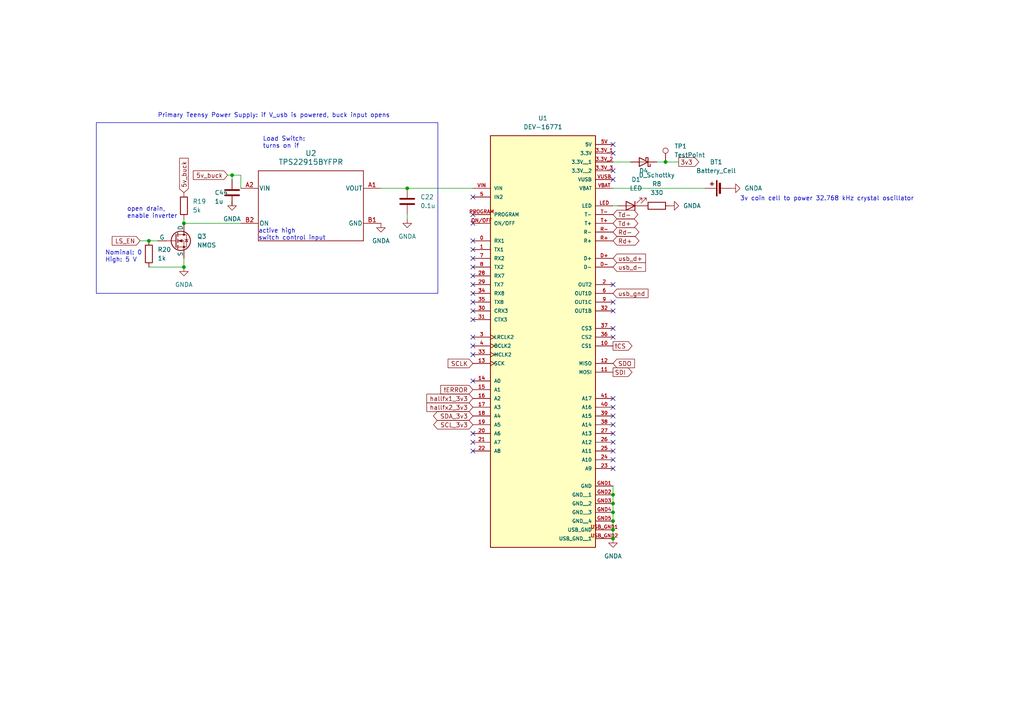
<source format=kicad_sch>
(kicad_sch (version 20230121) (generator eeschema)
  (paper "A4")
  (lib_symbols
    (symbol "21xt_symbols:DEV-16771" (pin_names (offset 1.016))
      (property "Reference" "U5" (at 0 55.245 0))
      (property "Value" "DEV-16771" (at 0 52.705 0))
      (symbol "DEV-16771_0_0"
        (rectangle (start -15.24 -68.58) (end 15.24 50.8) (stroke (width 0.254)) (fill (type background)))
        (pin bidirectional line (at -20.32 20.32 0) (length 5.08) (name "RX1") (number "0"))
        (pin bidirectional line (at -20.32 17.78 0) (length 5.08) (name "TX1") (number "1"))
        (pin bidirectional line (at 20.32 -10.16 180) (length 5.08) (name "CS1") (number "10"))
        (pin bidirectional line (at 20.32 -17.78 180) (length 5.08) (name "MOSI") (number "11"))
        (pin bidirectional line (at 20.32 -15.24 180) (length 5.08) (name "MISO") (number "12"))
        (pin bidirectional clock (at -20.32 -15.24 0) (length 5.08) (name "SCK") (number "13"))
        (pin bidirectional line (at -20.32 -20.32 0) (length 5.08) (name "A0") (number "14"))
        (pin bidirectional line (at -20.32 -22.86 0) (length 5.08) (name "A1") (number "15"))
        (pin bidirectional line (at -20.32 -25.4 0) (length 5.08) (name "A2") (number "16"))
        (pin bidirectional line (at -20.32 -27.94 0) (length 5.08) (name "A3") (number "17"))
        (pin bidirectional line (at -20.32 -30.48 0) (length 5.08) (name "A4") (number "18"))
        (pin bidirectional line (at -20.32 -33.02 0) (length 5.08) (name "A5") (number "19"))
        (pin output line (at 20.32 7.62 180) (length 5.08) (name "OUT2") (number "2"))
        (pin bidirectional line (at -20.32 -35.56 0) (length 5.08) (name "A6") (number "20"))
        (pin bidirectional line (at -20.32 -38.1 0) (length 5.08) (name "A7") (number "21"))
        (pin bidirectional line (at -20.32 -40.64 0) (length 5.08) (name "A8") (number "22"))
        (pin bidirectional line (at 20.32 -45.72 180) (length 5.08) (name "A9") (number "23"))
        (pin bidirectional line (at 20.32 -43.18 180) (length 5.08) (name "A10") (number "24"))
        (pin bidirectional line (at 20.32 -40.64 180) (length 5.08) (name "A11") (number "25"))
        (pin bidirectional line (at 20.32 -38.1 180) (length 5.08) (name "A12") (number "26"))
        (pin bidirectional line (at 20.32 -35.56 180) (length 5.08) (name "A13") (number "27"))
        (pin bidirectional line (at -20.32 10.16 0) (length 5.08) (name "RX7") (number "28"))
        (pin bidirectional line (at -20.32 7.62 0) (length 5.08) (name "TX7") (number "29"))
        (pin bidirectional clock (at -20.32 -7.62 0) (length 5.08) (name "LRCLK2") (number "3"))
        (pin power_in line (at 20.32 45.72 180) (length 5.08) (name "3.3V") (number "3.3V_1"))
        (pin power_in line (at 20.32 43.18 180) (length 5.08) (name "3.3V__1") (number "3.3V_2"))
        (pin power_in line (at 20.32 40.64 180) (length 5.08) (name "3.3V__2") (number "3.3V_3"))
        (pin bidirectional line (at -20.32 0 0) (length 5.08) (name "CRX3") (number "30"))
        (pin bidirectional line (at -20.32 -2.54 0) (length 5.08) (name "CTX3") (number "31"))
        (pin output line (at 20.32 0 180) (length 5.08) (name "OUT1B") (number "32"))
        (pin bidirectional clock (at -20.32 -12.7 0) (length 5.08) (name "MCLK2") (number "33"))
        (pin bidirectional line (at -20.32 5.08 0) (length 5.08) (name "RX8") (number "34"))
        (pin bidirectional line (at -20.32 2.54 0) (length 5.08) (name "TX8") (number "35"))
        (pin bidirectional line (at 20.32 -7.62 180) (length 5.08) (name "CS2") (number "36"))
        (pin bidirectional line (at 20.32 -5.08 180) (length 5.08) (name "CS3") (number "37"))
        (pin bidirectional line (at 20.32 -33.02 180) (length 5.08) (name "A14") (number "38"))
        (pin bidirectional line (at 20.32 -30.48 180) (length 5.08) (name "A15") (number "39"))
        (pin bidirectional clock (at -20.32 -10.16 0) (length 5.08) (name "BCLK2") (number "4"))
        (pin bidirectional line (at 20.32 -27.94 180) (length 5.08) (name "A16") (number "40"))
        (pin bidirectional line (at 20.32 -25.4 180) (length 5.08) (name "A17") (number "41"))
        (pin bidirectional line (at -20.32 33.02 0) (length 5.08) (name "IN2") (number "5"))
        (pin power_in line (at 20.32 48.26 180) (length 5.08) (name "5V") (number "5V"))
        (pin output line (at 20.32 5.08 180) (length 5.08) (name "OUT1D") (number "6"))
        (pin bidirectional line (at -20.32 15.24 0) (length 5.08) (name "RX2") (number "7"))
        (pin bidirectional line (at -20.32 12.7 0) (length 5.08) (name "TX2") (number "8"))
        (pin output line (at 20.32 2.54 180) (length 5.08) (name "OUT1C") (number "9"))
        (pin bidirectional line (at 20.32 15.24 180) (length 5.08) (name "D+") (number "D+"))
        (pin bidirectional line (at 20.32 12.7 180) (length 5.08) (name "D-") (number "D-"))
        (pin power_in line (at 20.32 -50.8 180) (length 5.08) (name "GND") (number "GND1"))
        (pin power_in line (at 20.32 -53.34 180) (length 5.08) (name "GND__1") (number "GND2"))
        (pin power_in line (at 20.32 -55.88 180) (length 5.08) (name "GND__2") (number "GND3"))
        (pin power_in line (at 20.32 -58.42 180) (length 5.08) (name "GND__3") (number "GND4"))
        (pin power_in line (at 20.32 -60.96 180) (length 5.08) (name "GND__4") (number "GND5"))
        (pin bidirectional line (at 20.32 30.48 180) (length 5.08) (name "LED") (number "LED"))
        (pin bidirectional line (at -20.32 25.4 0) (length 5.08) (name "ON/OFF") (number "ON/OFF"))
        (pin bidirectional line (at -20.32 27.94 0) (length 5.08) (name "PROGRAM") (number "PROGRAM"))
        (pin bidirectional line (at 20.32 20.32 180) (length 5.08) (name "R+") (number "R+"))
        (pin bidirectional line (at 20.32 22.86 180) (length 5.08) (name "R-") (number "R-"))
        (pin bidirectional line (at 20.32 25.4 180) (length 5.08) (name "T+") (number "T+"))
        (pin bidirectional line (at 20.32 27.94 180) (length 5.08) (name "T-") (number "T-"))
        (pin power_in line (at 20.32 -63.5 180) (length 5.08) (name "USB_GND") (number "USB_GND1"))
        (pin power_in line (at 20.32 -66.04 180) (length 5.08) (name "USB_GND__1") (number "USB_GND2"))
        (pin passive line (at 20.32 35.56 180) (length 5.08) (name "VBAT") (number "VBAT"))
        (pin input line (at -20.32 35.56 0) (length 5.08) (name "VIN") (number "VIN"))
        (pin passive line (at 20.32 38.1 180) (length 5.08) (name "VUSB") (number "VUSB"))
      )
    )
    (symbol "21xt_symbols:TPS22915BYFPR" (pin_names (offset 0.254))
      (property "Reference" "U" (at 0 2.54 0))
      (property "Value" "TPS22915BYFPR" (at 0 0 0))
      (symbol "TPS22915BYFPR_1_1"
        (polyline (pts (xy -15.24 -10.16) (xy 15.24 -10.16)) (stroke (width 0.2032)))
        (polyline (pts (xy -15.24 10.16) (xy -15.24 -10.16)) (stroke (width 0.2032)))
        (polyline (pts (xy 15.24 -10.16) (xy 15.24 10.16)) (stroke (width 0.2032)))
        (polyline (pts (xy 15.24 10.16) (xy -15.24 10.16)) (stroke (width 0.2032)))
        (pin power_in line (at 20.32 5.08 180) (length 5.08) (name "VOUT") (number "A1"))
        (pin power_in line (at -20.32 5.08 0) (length 5.08) (name "VIN") (number "A2"))
        (pin power_in line (at 20.32 -5.08 180) (length 5.08) (name "GND") (number "B1"))
        (pin input line (at -20.32 -5.08 0) (length 5.08) (name "ON") (number "B2"))
      )
    )
    (symbol "Connector:TestPoint" (pin_numbers hide) (pin_names (offset 0.762) hide)
      (property "Reference" "TP" (at 0 6.858 0))
      (property "Value" "TestPoint" (at 0 5.08 0))
      (symbol "TestPoint_0_1"
        (circle (center 0 3.302) (radius 0.762))
      )
      (symbol "TestPoint_1_1"
        (pin passive line (at 0 0 90) (length 2.54) (name "1") (number "1"))
      )
    )
    (symbol "Device:Battery_Cell" (pin_numbers hide) (pin_names (offset 0) hide)
      (property "Reference" "BT" (at 2.54 2.54 0))
      (property "Value" "Battery_Cell" (at 2.54 0 0))
      (symbol "Battery_Cell_0_1"
        (rectangle (start -2.286 1.778) (end 2.286 1.524) (fill (type outline)))
        (rectangle (start -1.524 1.016) (end 1.524 0.508) (fill (type outline)))
        (polyline (pts (xy 0 0.762) (xy 0 0)))
        (polyline (pts (xy 0 1.778) (xy 0 2.54)))
        (polyline (pts (xy 0.762 3.048) (xy 1.778 3.048)) (stroke (width 0.254)))
        (polyline (pts (xy 1.27 3.556) (xy 1.27 2.54)) (stroke (width 0.254)))
      )
      (symbol "Battery_Cell_1_1"
        (pin passive line (at 0 5.08 270) (length 2.54) (name "+") (number "1"))
        (pin passive line (at 0 -2.54 90) (length 2.54) (name "-") (number "2"))
      )
    )
    (symbol "Device:C" (pin_numbers hide) (pin_names (offset 0.254))
      (property "Reference" "C" (at 0.635 2.54 0))
      (property "Value" "C" (at 0.635 -2.54 0))
      (symbol "C_0_1"
        (polyline (pts (xy -2.032 -0.762) (xy 2.032 -0.762)) (stroke (width 0.508)))
        (polyline (pts (xy -2.032 0.762) (xy 2.032 0.762)) (stroke (width 0.508)))
      )
      (symbol "C_1_1"
        (pin passive line (at 0 3.81 270) (length 2.794) (name "~") (number "1"))
        (pin passive line (at 0 -3.81 90) (length 2.794) (name "~") (number "2"))
      )
    )
    (symbol "Device:D_Schottky" (pin_numbers hide) (pin_names (offset 1.016) hide)
      (property "Reference" "D" (at 0 2.54 0))
      (property "Value" "D_Schottky" (at 0 -2.54 0))
      (symbol "D_Schottky_0_1"
        (polyline (pts (xy 1.27 0) (xy -1.27 0)))
        (polyline (pts (xy 1.27 1.27) (xy 1.27 -1.27) (xy -1.27 0) (xy 1.27 1.27)) (stroke (width 0.254)))
        (polyline (pts (xy -1.905 0.635) (xy -1.905 1.27) (xy -1.27 1.27) (xy -1.27 -1.27) (xy -0.635 -1.27) (xy -0.635 -0.635)) (stroke (width 0.254)))
      )
      (symbol "D_Schottky_1_1"
        (pin passive line (at -3.81 0 0) (length 2.54) (name "K") (number "1"))
        (pin passive line (at 3.81 0 180) (length 2.54) (name "A") (number "2"))
      )
    )
    (symbol "Device:LED" (pin_numbers hide) (pin_names (offset 1.016) hide)
      (property "Reference" "D" (at 0 2.54 0))
      (property "Value" "LED" (at 0 -2.54 0))
      (symbol "LED_0_1"
        (polyline (pts (xy -1.27 -1.27) (xy -1.27 1.27)) (stroke (width 0.254)))
        (polyline (pts (xy -1.27 0) (xy 1.27 0)))
        (polyline (pts (xy 1.27 -1.27) (xy 1.27 1.27) (xy -1.27 0) (xy 1.27 -1.27)) (stroke (width 0.254)))
        (polyline (pts (xy -3.048 -0.762) (xy -4.572 -2.286) (xy -3.81 -2.286) (xy -4.572 -2.286) (xy -4.572 -1.524)))
        (polyline (pts (xy -1.778 -0.762) (xy -3.302 -2.286) (xy -2.54 -2.286) (xy -3.302 -2.286) (xy -3.302 -1.524)))
      )
      (symbol "LED_1_1"
        (pin passive line (at -3.81 0 0) (length 2.54) (name "K") (number "1"))
        (pin passive line (at 3.81 0 180) (length 2.54) (name "A") (number "2"))
      )
    )
    (symbol "Device:R" (pin_numbers hide) (pin_names (offset 0))
      (property "Reference" "R" (at 2.032 0 90))
      (property "Value" "R" (at 0 0 90))
      (symbol "R_0_1"
        (rectangle (start -1.016 -2.54) (end 1.016 2.54) (stroke (width 0.254)))
      )
      (symbol "R_1_1"
        (pin passive line (at 0 3.81 270) (length 1.27) (name "~") (number "1"))
        (pin passive line (at 0 -3.81 90) (length 1.27) (name "~") (number "2"))
      )
    )
    (symbol "Simulation_SPICE:NMOS" (pin_numbers hide) (pin_names (offset 0))
      (property "Reference" "Q" (at 5.08 1.27 0))
      (property "Value" "NMOS" (at 5.08 -1.27 0))
      (symbol "NMOS_0_1"
        (polyline (pts (xy 0.254 0) (xy -2.54 0)))
        (polyline (pts (xy 0.254 1.905) (xy 0.254 -1.905)) (stroke (width 0.254)))
        (polyline (pts (xy 0.762 -1.27) (xy 0.762 -2.286)) (stroke (width 0.254)))
        (polyline (pts (xy 0.762 0.508) (xy 0.762 -0.508)) (stroke (width 0.254)))
        (polyline (pts (xy 0.762 2.286) (xy 0.762 1.27)) (stroke (width 0.254)))
        (polyline (pts (xy 2.54 2.54) (xy 2.54 1.778)))
        (polyline (pts (xy 2.54 -2.54) (xy 2.54 0) (xy 0.762 0)))
        (polyline (pts (xy 0.762 -1.778) (xy 3.302 -1.778) (xy 3.302 1.778) (xy 0.762 1.778)))
        (polyline (pts (xy 1.016 0) (xy 2.032 0.381) (xy 2.032 -0.381) (xy 1.016 0)) (fill (type outline)))
        (polyline (pts (xy 2.794 0.508) (xy 2.921 0.381) (xy 3.683 0.381) (xy 3.81 0.254)))
        (polyline (pts (xy 3.302 0.381) (xy 2.921 -0.254) (xy 3.683 -0.254) (xy 3.302 0.381)))
        (circle (center 1.651 0) (radius 2.794) (stroke (width 0.254)))
        (circle (center 2.54 -1.778) (radius 0.254) (fill (type outline)))
        (circle (center 2.54 1.778) (radius 0.254) (fill (type outline)))
      )
      (symbol "NMOS_1_1"
        (pin passive line (at 2.54 5.08 270) (length 2.54) (name "D") (number "1"))
        (pin input line (at -5.08 0 0) (length 2.54) (name "G") (number "2"))
        (pin passive line (at 2.54 -5.08 90) (length 2.54) (name "S") (number "3"))
      )
    )
    (symbol "power:GNDA" (power) (pin_names (offset 0))
      (property "Value" "GNDA" (at 0 -3.81 0))
      (symbol "GNDA_0_1"
        (polyline (pts (xy 0 0) (xy 0 -1.27) (xy 1.27 -1.27) (xy 0 -2.54) (xy -1.27 -1.27) (xy 0 -1.27)))
      )
      (symbol "GNDA_1_1"
        (pin power_in line (at 0 0 270) (length 0) hide (name "GNDA") (number "1"))
      )
    )
  )
  (junction (at 177.8 146.05))
  (junction (at 43.18 69.85))
  (junction (at 177.8 148.59))
  (junction (at 53.34 77.47))
  (junction (at 193.04 46.99))
  (junction (at 118.11 54.61))
  (junction (at 177.8 143.51))
  (junction (at 53.34 64.77))
  (junction (at 177.8 153.67))
  (junction (at 177.8 156.21))
  (junction (at 67.31 50.8))
  (junction (at 177.8 151.13))
  (no_connect (at 177.8 125.73))
  (no_connect (at 177.8 123.19))
  (no_connect (at 177.8 120.65))
  (no_connect (at 177.8 41.91))
  (no_connect (at 177.8 44.45))
  (no_connect (at 137.16 128.27))
  (no_connect (at 137.16 64.77))
  (no_connect (at 177.8 118.11))
  (no_connect (at 137.16 130.81))
  (no_connect (at 137.16 57.15))
  (no_connect (at 177.8 115.57))
  (no_connect (at 137.16 97.79))
  (no_connect (at 137.16 87.63))
  (no_connect (at 137.16 62.23))
  (no_connect (at 137.16 74.93))
  (no_connect (at 137.16 102.87))
  (no_connect (at 177.8 49.53))
  (no_connect (at 177.8 90.17))
  (no_connect (at 137.16 85.09))
  (no_connect (at 177.8 82.55))
  (no_connect (at 137.16 90.17))
  (no_connect (at 177.8 133.35))
  (no_connect (at 177.8 52.07))
  (no_connect (at 177.8 130.81))
  (no_connect (at 137.16 72.39))
  (no_connect (at 177.8 95.25))
  (no_connect (at 177.8 97.79))
  (no_connect (at 137.16 110.49))
  (no_connect (at 137.16 80.01))
  (no_connect (at 137.16 92.71))
  (no_connect (at 177.8 128.27))
  (no_connect (at 137.16 100.33))
  (no_connect (at 137.16 125.73))
  (no_connect (at 137.16 77.47))
  (no_connect (at 177.8 135.89))
  (no_connect (at 137.16 69.85))
  (no_connect (at 177.8 87.63))
  (no_connect (at 137.16 82.55))
  (wire (pts (xy 40.64 69.85) (xy 43.18 69.85)))
  (wire (pts (xy 66.04 50.8) (xy 67.31 50.8)))
  (wire (pts (xy 43.18 69.85) (xy 45.72 69.85)))
  (wire (pts (xy 53.34 64.77) (xy 69.85 64.77)))
  (wire (pts (xy 177.8 151.13) (xy 177.8 153.67)))
  (wire (pts (xy 177.8 146.05) (xy 177.8 148.59)))
  (wire (pts (xy 43.18 77.47) (xy 53.34 77.47)))
  (wire (pts (xy 110.49 54.61) (xy 118.11 54.61)))
  (wire (pts (xy 118.11 54.61) (xy 137.16 54.61)))
  (wire (pts (xy 177.8 143.51) (xy 177.8 146.05)))
  (wire (pts (xy 118.11 63.5) (xy 118.11 62.23)))
  (wire (pts (xy 53.34 77.47) (xy 53.34 74.93)))
  (wire (pts (xy 177.8 140.97) (xy 177.8 143.51)))
  (wire (pts (xy 69.85 50.8) (xy 69.85 54.61)))
  (wire (pts (xy 196.85 46.99) (xy 193.04 46.99)))
  (wire (pts (xy 177.8 46.99) (xy 182.88 46.99)))
  (wire (pts (xy 53.34 64.77) (xy 53.34 63.5)))
  (wire (pts (xy 67.31 50.8) (xy 69.85 50.8)))
  (wire (pts (xy 67.31 59.69) (xy 67.31 58.42)))
  (wire (pts (xy 177.8 148.59) (xy 177.8 151.13)))
  (wire (pts (xy 67.31 50.8) (xy 67.31 52.07)))
  (wire (pts (xy 190.5 46.99) (xy 193.04 46.99)))
  (wire (pts (xy 204.47 54.61) (xy 177.8 54.61)))
  (wire (pts (xy 177.8 153.67) (xy 177.8 156.21)))
  (wire (pts (xy 177.8 59.69) (xy 179.07 59.69)))
  (rectangle (start 27.94 35.56) (end 127 85.09))
  (text "open drain, \nenable inverter" (at 36.83 63.5 0) (effects (font (size 1.27 1.27)) (justify left bottom)))
  (text "Primary Teensy Power Supply: if V_usb is powered, buck input opens" (at 45.72 34.29 0) (effects (font (size 1.27 1.27)) (justify left bottom)))
  (text "3v coin cell to power 32.768 kHz crystal oscillator" (at 214.63 58.42 0) (effects (font (size 1.27 1.27)) (justify left bottom)))
  (text "Load Switch:\nturns on if " (at 76.2 43.18 0) (effects (font (size 1.27 1.27)) (justify left bottom)))
  (text "Nominal: 0\nHigh: 5 V" (at 30.48 76.2 0) (effects (font (size 1.27 1.27)) (justify left bottom)))
  (text "active high \nswitch control input" (at 74.93 69.85 0) (effects (font (size 1.27 1.27)) (justify left bottom)))
  (global_label "5v_buck" (shape input) (at 53.34 55.88 90) (property "Intersheetrefs" "${INTERSHEET_REFS}" (effects hide)))
  (global_label "hallfx2_3v3" (shape input) (at 137.16 118.11 180) (property "Intersheetrefs" "${INTERSHEET_REFS}" (effects hide)))
  (global_label "SDA_3v3" (shape bidirectional) (at 137.16 120.65 180) (property "Intersheetrefs" "${INTERSHEET_REFS}" (effects hide)))
  (global_label "usb_d+" (shape input) (at 177.8 74.93 0) (property "Intersheetrefs" "${INTERSHEET_REFS}" (effects hide)))
  (global_label "Td+" (shape bidirectional) (at 177.8 64.77 0) (property "Intersheetrefs" "${INTERSHEET_REFS}" (effects hide)))
  (global_label "5v_buck" (shape input) (at 66.04 50.8 180) (property "Intersheetrefs" "${INTERSHEET_REFS}" (effects hide)))
  (global_label "usb_d-" (shape input) (at 177.8 77.47 0) (property "Intersheetrefs" "${INTERSHEET_REFS}" (effects hide)))
  (global_label "hallfx1_3v3" (shape input) (at 137.16 115.57 180) (property "Intersheetrefs" "${INTERSHEET_REFS}" (effects hide)))
  (global_label "SCL_3v3" (shape bidirectional) (at 137.16 123.19 180) (property "Intersheetrefs" "${INTERSHEET_REFS}" (effects hide)))
  (global_label "SCLK" (shape input) (at 137.16 105.41 180) (property "Intersheetrefs" "${INTERSHEET_REFS}" (effects hide)))
  (global_label "SDO" (shape input) (at 177.8 105.41 0) (property "Intersheetrefs" "${INTERSHEET_REFS}" (effects hide)))
  (global_label "SDI" (shape output) (at 177.8 107.95 0) (property "Intersheetrefs" "${INTERSHEET_REFS}" (effects hide)))
  (global_label "Td-" (shape bidirectional) (at 177.8 62.23 0) (property "Intersheetrefs" "${INTERSHEET_REFS}" (effects hide)))
  (global_label "usb_gnd" (shape input) (at 177.8 85.09 0) (property "Intersheetrefs" "${INTERSHEET_REFS}" (effects hide)))
  (global_label "Rd+" (shape bidirectional) (at 177.8 69.85 0) (property "Intersheetrefs" "${INTERSHEET_REFS}" (effects hide)))
  (global_label "3v3" (shape output) (at 196.85 46.99 0) (property "Intersheetrefs" "${INTERSHEET_REFS}" (effects hide)))
  (global_label "Rd-" (shape bidirectional) (at 177.8 67.31 0) (property "Intersheetrefs" "${INTERSHEET_REFS}" (effects hide)))
  (global_label "!CS" (shape output) (at 177.8 100.33 0) (property "Intersheetrefs" "${INTERSHEET_REFS}" (effects hide)))
  (global_label "!ERROR" (shape input) (at 137.16 113.03 180) (property "Intersheetrefs" "${INTERSHEET_REFS}" (effects hide)))
  (global_label "LS_EN" (shape input) (at 40.64 69.85 180) (property "Intersheetrefs" "${INTERSHEET_REFS}" (effects hide)))
  (symbol (lib_id "Simulation_SPICE:NMOS") (at 50.8 69.85 0) (unit 1)
    (property "Reference" "Q3" (at 57.15 68.58 0) (effects (justify left)))
    (property "Value" "NMOS" (at 57.15 71.12 0) (effects (justify left)))
    (property "Datasheet" "https://ngspice.sourceforge.io/docs/ngspice-manual.pdf" (effects hide))
    (property "Sim.Device" "NMOS" (effects hide))
    (property "Sim.Type" "VDMOS" (effects hide))
    (property "Sim.Pins" "1=D 2=G 3=S" (effects hide))
  )
  (symbol (lib_id "Device:R") (at 53.34 59.69 0) (unit 1)
    (property "Reference" "R19" (at 55.88 58.42 0) (effects (justify left)))
    (property "Value" "5k" (at 55.88 60.96 0) (effects (justify left)))
  )
  (symbol (lib_id "Device:R") (at 43.18 73.66 0) (unit 1)
    (property "Reference" "R20" (at 45.72 72.39 0) (effects (justify left)))
    (property "Value" "1k" (at 45.72 74.93 0) (effects (justify left)))
  )
  (symbol (lib_id "power:GNDA") (at 212.09 54.61 90) (unit 1)
    (property "Reference" "#PWR039" (effects hide))
    (property "Value" "GNDA" (at 215.9 54.61 90) (effects (justify right)))
  )
  (symbol (lib_id "power:GNDA") (at 110.49 64.77 0) (unit 1)
    (property "Reference" "#PWR067" (effects hide))
    (property "Value" "GNDA" (at 110.49 69.85 0))
  )
  (symbol (lib_id "power:GNDA") (at 53.34 77.47 0) (unit 1)
    (property "Reference" "#PWR069" (effects hide))
    (property "Value" "GNDA" (at 53.34 82.55 0))
  )
  (symbol (lib_id "power:GNDA") (at 194.31 59.69 90) (unit 1)
    (property "Reference" "#PWR029" (effects hide))
    (property "Value" "GNDA" (at 198.12 59.69 90) (effects (justify right)))
  )
  (symbol (lib_id "21xt_symbols:DEV-16771") (at 157.48 90.17 0) (unit 1)
    (property "Reference" "U1" (at 157.48 34.29 0))
    (property "Value" "DEV-16771" (at 157.48 36.83 0))
    (property "Footprint" "21xt_footprints:MODULE_DEV-16771" (effects hide))
    (property "PARTREV" "4.1" (effects hide))
    (property "MANUFACTURER" "SparkFun Electronics" (effects hide))
    (property "MAXIMUM_PACKAGE_HEIGHT" "4.07mm" (effects hide))
    (property "STANDARD" "Manufacturer recommendations" (effects hide))
  )
  (symbol (lib_id "power:GNDA") (at 67.31 58.42 0) (unit 1)
    (property "Reference" "#PWR070" (effects hide))
    (property "Value" "GNDA" (at 67.31 63.5 0))
  )
  (symbol (lib_id "Device:C") (at 118.11 58.42 180) (unit 1)
    (property "Reference" "C22" (at 121.92 57.15 0) (effects (justify right)))
    (property "Value" "0.1u" (at 121.92 59.69 0) (effects (justify right)))
    (property "Footprint" "Capacitor_SMD:C_0603_1608Metric" (effects hide))
  )
  (symbol (lib_id "Device:C") (at 67.31 55.88 180) (unit 1)
    (property "Reference" "C44" (at 62.23 55.88 0) (effects (justify right)))
    (property "Value" "1u" (at 62.23 58.42 0) (effects (justify right)))
    (property "Footprint" "Capacitor_SMD:C_0603_1608Metric" (effects hide))
  )
  (symbol (lib_id "Connector:TestPoint") (at 193.04 46.99 0) (unit 1)
    (property "Reference" "TP1" (at 195.58 42.418 0) (effects (justify left)))
    (property "Value" "TestPoint" (at 195.58 44.958 0) (effects (justify left)))
    (property "Footprint" "TestPoint:TestPoint_Pad_2.0x2.0mm" (effects hide))
  )
  (symbol (lib_id "power:GNDA") (at 177.8 156.21 0) (unit 1)
    (property "Reference" "#PWR014" (effects hide))
    (property "Value" "GNDA" (at 177.8 161.29 0))
  )
  (symbol (lib_id "Device:Battery_Cell") (at 209.55 54.61 90) (unit 1)
    (property "Reference" "BT1" (at 207.7085 46.99 90))
    (property "Value" "Battery_Cell" (at 207.7085 49.53 90))
    (property "Footprint" "Battery:BatteryHolder_Keystone_1060_1x2032" (effects hide))
  )
  (symbol (lib_id "Device:R") (at 190.5 59.69 90) (unit 1)
    (property "Reference" "R8" (at 190.5 53.34 90))
    (property "Value" "330" (at 190.5 55.88 90))
    (property "Footprint" "Resistor_SMD:R_0603_1608Metric" (effects hide))
  )
  (symbol (lib_id "21xt_symbols:TPS22915BYFPR") (at 90.17 59.69 0) (unit 1)
    (property "Reference" "U2" (at 90.17 44.45 0) (effects (font (size 1.524 1.524))))
    (property "Value" "TPS22915BYFPR" (at 90.17 46.99 0) (effects (font (size 1.524 1.524))))
    (property "Footprint" "21xt_footprints:YFP0004AAAA" (effects hide))
    (property "Datasheet" "TPS22915BYFPR" (effects hide))
  )
  (symbol (lib_id "Device:LED") (at 182.88 59.69 180) (unit 1)
    (property "Reference" "D1" (at 184.4675 52.07 0))
    (property "Value" "LED" (at 184.4675 54.61 0))
    (property "Footprint" "Diode_SMD:D_0603_1608Metric" (effects hide))
  )
  (symbol (lib_id "power:GNDA") (at 118.11 63.5 0) (unit 1)
    (property "Reference" "#PWR013" (effects hide))
    (property "Value" "GNDA" (at 118.11 68.58 0))
  )
  (symbol (lib_id "Device:D_Schottky") (at 186.69 46.99 180) (unit 1)
    (property "Reference" "D4" (at 186.69 49.53 0))
    (property "Value" "D_Schottky" (at 190.5 50.8 0))
    (property "Footprint" "Diode_SMD:D_0603_1608Metric" (effects hide))
  )
)
</source>
